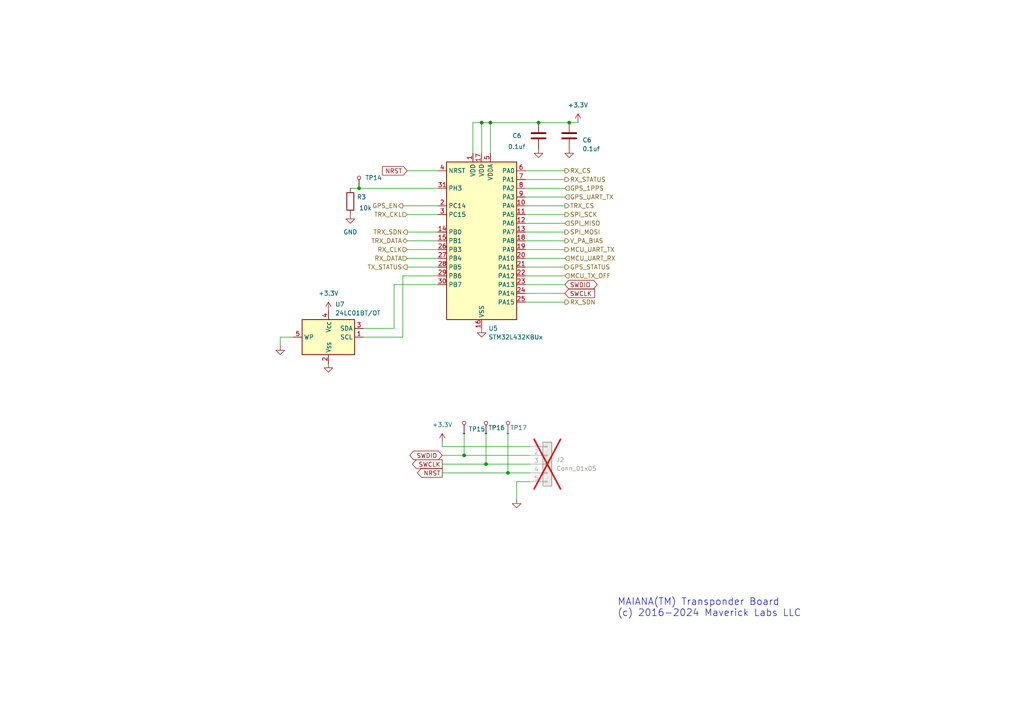
<source format=kicad_sch>
(kicad_sch (version 20230121) (generator eeschema)
  (paper "A4")
  (title_block (title "MCU") (date "2024-02-03") (rev "11.9.1"))
  (lib_symbols
    (symbol "Connector_Generic:Conn_01x05" (pin_names (offset 1.016) hide)
      (property "Reference" "J" (at 0 7.62 0))
      (property "Value" "Conn_01x05" (at 0 -7.62 0))
      (symbol "Conn_01x05_1_1"
        (rectangle (start -1.27 -4.953) (end 0 -5.207) (stroke (width 0.1524)))
        (rectangle (start -1.27 -2.413) (end 0 -2.667) (stroke (width 0.1524)))
        (rectangle (start -1.27 0.127) (end 0 -0.127) (stroke (width 0.1524)))
        (rectangle (start -1.27 2.667) (end 0 2.413) (stroke (width 0.1524)))
        (rectangle (start -1.27 5.207) (end 0 4.953) (stroke (width 0.1524)))
        (rectangle (start -1.27 6.35) (end 1.27 -6.35) (stroke (width 0.254)) (fill (type background)))
        (pin passive line (at -5.08 5.08 0) (length 3.81) (name "Pin_1") (number "1"))
        (pin passive line (at -5.08 2.54 0) (length 3.81) (name "Pin_2") (number "2"))
        (pin passive line (at -5.08 0 0) (length 3.81) (name "Pin_3") (number "3"))
        (pin passive line (at -5.08 -2.54 0) (length 3.81) (name "Pin_4") (number "4"))
        (pin passive line (at -5.08 -5.08 0) (length 3.81) (name "Pin_5") (number "5"))
      )
    )
    (symbol "Device:C" (pin_numbers hide) (pin_names (offset 0.254))
      (property "Reference" "C" (at 0.635 2.54 0))
      (property "Value" "C" (at 0.635 -2.54 0))
      (symbol "C_0_1"
        (polyline (pts (xy -2.032 -0.762) (xy 2.032 -0.762)) (stroke (width 0.508)))
        (polyline (pts (xy -2.032 0.762) (xy 2.032 0.762)) (stroke (width 0.508)))
      )
      (symbol "C_1_1"
        (pin passive line (at 0 3.81 270) (length 2.794) (name "~") (number "1"))
        (pin passive line (at 0 -3.81 90) (length 2.794) (name "~") (number "2"))
      )
    )
    (symbol "Device:R" (pin_numbers hide) (pin_names (offset 0))
      (property "Reference" "R" (at 2.032 0 90))
      (property "Value" "R" (at 0 0 90))
      (symbol "R_0_1"
        (rectangle (start -1.016 -2.54) (end 1.016 2.54) (stroke (width 0.254)))
      )
      (symbol "R_1_1"
        (pin passive line (at 0 3.81 270) (length 1.27) (name "~") (number "1"))
        (pin passive line (at 0 -3.81 90) (length 1.27) (name "~") (number "2"))
      )
    )
    (symbol "MCU_ST_STM32L4:STM32L432KBUx"
      (property "Reference" "U" (at -10.16 24.13 0))
      (property "Value" "STM32L432KBUx" (at 5.08 24.13 0))
      (symbol "STM32L432KBUx_0_1"
        (rectangle (start -10.16 -22.86) (end 10.16 22.86) (stroke (width 0.254)) (fill (type background)))
      )
      (symbol "STM32L432KBUx_1_1"
        (pin power_in line (at -2.54 25.4 270) (length 2.54) (name "VDD") (number "1"))
        (pin bidirectional line (at 12.7 10.16 180) (length 2.54) (name "PA4") (number "10"))
        (pin bidirectional line (at 12.7 7.62 180) (length 2.54) (name "PA5") (number "11"))
        (pin bidirectional line (at 12.7 5.08 180) (length 2.54) (name "PA6") (number "12"))
        (pin bidirectional line (at 12.7 2.54 180) (length 2.54) (name "PA7") (number "13"))
        (pin bidirectional line (at -12.7 2.54 0) (length 2.54) (name "PB0") (number "14"))
        (pin bidirectional line (at -12.7 0 0) (length 2.54) (name "PB1") (number "15"))
        (pin power_in line (at 0 -25.4 90) (length 2.54) (name "VSS") (number "16"))
        (pin power_in line (at 0 25.4 270) (length 2.54) (name "VDD") (number "17"))
        (pin bidirectional line (at 12.7 0 180) (length 2.54) (name "PA8") (number "18"))
        (pin bidirectional line (at 12.7 -2.54 180) (length 2.54) (name "PA9") (number "19"))
        (pin bidirectional line (at -12.7 10.16 0) (length 2.54) (name "PC14") (number "2"))
        (pin bidirectional line (at 12.7 -5.08 180) (length 2.54) (name "PA10") (number "20"))
        (pin bidirectional line (at 12.7 -7.62 180) (length 2.54) (name "PA11") (number "21"))
        (pin bidirectional line (at 12.7 -10.16 180) (length 2.54) (name "PA12") (number "22"))
        (pin bidirectional line (at 12.7 -12.7 180) (length 2.54) (name "PA13") (number "23"))
        (pin bidirectional line (at 12.7 -15.24 180) (length 2.54) (name "PA14") (number "24"))
        (pin bidirectional line (at 12.7 -17.78 180) (length 2.54) (name "PA15") (number "25"))
        (pin bidirectional line (at -12.7 -2.54 0) (length 2.54) (name "PB3") (number "26"))
        (pin bidirectional line (at -12.7 -5.08 0) (length 2.54) (name "PB4") (number "27"))
        (pin bidirectional line (at -12.7 -7.62 0) (length 2.54) (name "PB5") (number "28"))
        (pin bidirectional line (at -12.7 -10.16 0) (length 2.54) (name "PB6") (number "29"))
        (pin bidirectional line (at -12.7 7.62 0) (length 2.54) (name "PC15") (number "3"))
        (pin bidirectional line (at -12.7 -12.7 0) (length 2.54) (name "PB7") (number "30"))
        (pin bidirectional line (at -12.7 15.24 0) (length 2.54) (name "PH3") (number "31"))
        (pin passive line (at 0 -25.4 90) (length 2.54) hide (name "VSS") (number "32"))
        (pin passive line (at 0 -25.4 90) (length 2.54) hide (name "VSS") (number "33"))
        (pin input line (at -12.7 20.32 0) (length 2.54) (name "NRST") (number "4"))
        (pin power_in line (at 2.54 25.4 270) (length 2.54) (name "VDDA") (number "5"))
        (pin bidirectional line (at 12.7 20.32 180) (length 2.54) (name "PA0") (number "6"))
        (pin bidirectional line (at 12.7 17.78 180) (length 2.54) (name "PA1") (number "7"))
        (pin bidirectional line (at 12.7 15.24 180) (length 2.54) (name "PA2") (number "8"))
        (pin bidirectional line (at 12.7 12.7 180) (length 2.54) (name "PA3") (number "9"))
      )
    )
    (symbol "Memory_EEPROM:24AA02-OT"
      (property "Reference" "U" (at -7.62 6.35 0))
      (property "Value" "24AA02-OT" (at 2.54 -6.35 0))
      (symbol "24AA02-OT_1_1"
        (rectangle (start -7.62 5.08) (end 7.62 -5.08) (stroke (width 0.254)) (fill (type background)))
        (pin input line (at 10.16 0 180) (length 2.54) (name "SCL") (number "1"))
        (pin power_in line (at 0 -7.62 90) (length 2.54) (name "V_{SS}") (number "2"))
        (pin bidirectional line (at 10.16 2.54 180) (length 2.54) (name "SDA") (number "3"))
        (pin power_in line (at 0 7.62 270) (length 2.54) (name "V_{CC}") (number "4"))
        (pin input line (at -10.16 0 0) (length 2.54) (name "WP") (number "5"))
      )
    )
    (symbol "TestPads:TestPad-D1.2mm"
      (property "Reference" "TP" (at 1.27 4.826 0))
      (symbol "TestPad-D1.2mm_0_1"
        (circle (center 0 3.048) (radius 0.508))
      )
      (symbol "TestPad-D1.2mm_1_1"
        (pin passive line (at 0 0 90) (length 2.54) (name "P") (number "1"))
      )
    )
    (symbol "power:+3.3V" (power) (pin_names (offset 0))
      (property "Value" "+3.3V" (at 0 3.556 0))
      (symbol "+3.3V_0_1"
        (polyline (pts (xy -0.762 1.27) (xy 0 2.54)))
        (polyline (pts (xy 0 0) (xy 0 2.54)))
        (polyline (pts (xy 0 2.54) (xy 0.762 1.27)))
      )
      (symbol "+3.3V_1_1"
        (pin power_in line (at 0 0 90) (length 0) hide (name "+3.3V") (number "1"))
      )
    )
    (symbol "power:GND" (power) (pin_names (offset 0))
      (property "Value" "GND" (at 0 -3.81 0))
      (symbol "GND_0_1"
        (polyline (pts (xy 0 0) (xy 0 -1.27) (xy 1.27 -1.27) (xy 0 -2.54) (xy -1.27 -1.27) (xy 0 -1.27)))
      )
      (symbol "GND_1_1"
        (pin power_in line (at 0 0 270) (length 0) hide (name "GND") (number "1"))
      )
    )
  )
  (junction (at 156.21 35.56))
  (junction (at 104.14 54.61))
  (junction (at 147.32 137.16))
  (junction (at 142.24 35.56))
  (junction (at 134.62 132.08))
  (junction (at 165.1 35.56))
  (junction (at 139.7 35.56))
  (junction (at 140.97 134.62))
  (wire (pts (xy 116.84 97.79) (xy 116.84 80.01)))
  (wire (pts (xy 140.97 125.73) (xy 140.97 134.62)))
  (wire (pts (xy 152.4 69.85) (xy 163.83 69.85)))
  (wire (pts (xy 147.32 125.73) (xy 147.32 137.16)))
  (wire (pts (xy 128.27 129.54) (xy 128.27 128.27)))
  (wire (pts (xy 153.67 139.7) (xy 149.86 139.7)))
  (wire (pts (xy 118.11 49.53) (xy 127 49.53)))
  (wire (pts (xy 152.4 72.39) (xy 163.83 72.39)))
  (wire (pts (xy 101.6 54.61) (xy 104.14 54.61)))
  (wire (pts (xy 140.97 134.62) (xy 153.67 134.62)))
  (wire (pts (xy 137.16 35.56) (xy 137.16 44.45)))
  (wire (pts (xy 152.4 87.63) (xy 163.83 87.63)))
  (wire (pts (xy 152.4 80.01) (xy 163.83 80.01)))
  (wire (pts (xy 105.41 97.79) (xy 116.84 97.79)))
  (wire (pts (xy 152.4 52.07) (xy 163.83 52.07)))
  (wire (pts (xy 105.41 95.25) (xy 114.3 95.25)))
  (wire (pts (xy 152.4 67.31) (xy 163.83 67.31)))
  (wire (pts (xy 118.11 74.93) (xy 127 74.93)))
  (wire (pts (xy 152.4 82.55) (xy 163.83 82.55)))
  (wire (pts (xy 128.27 132.08) (xy 134.62 132.08)))
  (wire (pts (xy 118.11 69.85) (xy 127 69.85)))
  (wire (pts (xy 116.84 80.01) (xy 127 80.01)))
  (wire (pts (xy 134.62 125.73) (xy 134.62 132.08)))
  (wire (pts (xy 152.4 62.23) (xy 163.83 62.23)))
  (wire (pts (xy 152.4 54.61) (xy 163.83 54.61)))
  (wire (pts (xy 152.4 74.93) (xy 163.83 74.93)))
  (wire (pts (xy 114.3 95.25) (xy 114.3 82.55)))
  (wire (pts (xy 81.28 97.79) (xy 85.09 97.79)))
  (wire (pts (xy 139.7 35.56) (xy 139.7 44.45)))
  (wire (pts (xy 156.21 35.56) (xy 142.24 35.56)))
  (wire (pts (xy 152.4 64.77) (xy 163.83 64.77)))
  (wire (pts (xy 128.27 129.54) (xy 153.67 129.54)))
  (wire (pts (xy 118.11 67.31) (xy 127 67.31)))
  (wire (pts (xy 81.28 97.79) (xy 81.28 100.33)))
  (wire (pts (xy 147.32 137.16) (xy 153.67 137.16)))
  (wire (pts (xy 139.7 35.56) (xy 142.24 35.56)))
  (wire (pts (xy 152.4 57.15) (xy 163.83 57.15)))
  (wire (pts (xy 165.1 35.56) (xy 167.64 35.56)))
  (wire (pts (xy 152.4 59.69) (xy 163.83 59.69)))
  (wire (pts (xy 156.21 35.56) (xy 165.1 35.56)))
  (wire (pts (xy 118.11 72.39) (xy 127 72.39)))
  (wire (pts (xy 152.4 49.53) (xy 163.83 49.53)))
  (wire (pts (xy 152.4 85.09) (xy 163.83 85.09)))
  (wire (pts (xy 118.11 77.47) (xy 127 77.47)))
  (wire (pts (xy 128.27 134.62) (xy 140.97 134.62)))
  (wire (pts (xy 118.11 62.23) (xy 127 62.23)))
  (wire (pts (xy 116.84 59.69) (xy 127 59.69)))
  (wire (pts (xy 149.86 139.7) (xy 149.86 144.78)))
  (wire (pts (xy 134.62 132.08) (xy 153.67 132.08)))
  (wire (pts (xy 114.3 82.55) (xy 127 82.55)))
  (wire (pts (xy 152.4 77.47) (xy 163.83 77.47)))
  (wire (pts (xy 139.7 35.56) (xy 137.16 35.56)))
  (wire (pts (xy 142.24 35.56) (xy 142.24 44.45)))
  (wire (pts (xy 128.27 137.16) (xy 147.32 137.16)))
  (wire (pts (xy 104.14 54.61) (xy 127 54.61)))
  (text "MAIANA(TM) Transponder Board\n(c) 2016-2024 Maverick Labs LLC" (at 179.07 179.07 0) (effects (font (size 2 2)) (justify left bottom)))
  (global_label "SWDIO" (shape bidirectional) (at 128.27 132.08 180) (property "Intersheetrefs" "${INTERSHEET_REFS}" (effects hide)))
  (global_label "SWCLK" (shape output) (at 128.27 134.62 180) (property "Intersheetrefs" "${INTERSHEET_REFS}" (effects hide)))
  (global_label "SWDIO" (shape bidirectional) (at 163.83 82.55 0) (property "Intersheetrefs" "${INTERSHEET_REFS}" (effects hide)))
  (global_label "NRST" (shape input) (at 118.11 49.53 180) (property "Intersheetrefs" "${INTERSHEET_REFS}" (effects hide)))
  (global_label "NRST" (shape output) (at 128.27 137.16 180) (property "Intersheetrefs" "${INTERSHEET_REFS}" (effects hide)))
  (global_label "SWCLK" (shape input) (at 163.83 85.09 0) (property "Intersheetrefs" "${INTERSHEET_REFS}" (effects hide)))
  (hierarchical_label "GPS_EN" (shape output) (at 116.84 59.69 180))
  (hierarchical_label "GPS_STATUS" (shape output) (at 163.83 77.47 0))
  (hierarchical_label "MCU_UART_TX" (shape output) (at 163.83 72.39 0))
  (hierarchical_label "RX_SDN" (shape output) (at 163.83 87.63 0))
  (hierarchical_label "RX_DATA" (shape input) (at 118.11 74.93 180))
  (hierarchical_label "TRX_CS" (shape output) (at 163.83 59.69 0))
  (hierarchical_label "V_PA_BIAS" (shape output) (at 163.83 69.85 0))
  (hierarchical_label "MCU_TX_OFF" (shape input) (at 163.83 80.01 0))
  (hierarchical_label "TX_STATUS" (shape output) (at 118.11 77.47 180))
  (hierarchical_label "TRX_SDN" (shape output) (at 118.11 67.31 180))
  (hierarchical_label "GPS_1PPS" (shape input) (at 163.83 54.61 0))
  (hierarchical_label "TRX_CKL" (shape input) (at 118.11 62.23 180))
  (hierarchical_label "SPI_SCK" (shape output) (at 163.83 62.23 0))
  (hierarchical_label "RX_STATUS" (shape output) (at 163.83 52.07 0))
  (hierarchical_label "GPS_UART_TX" (shape input) (at 163.83 57.15 0))
  (hierarchical_label "SPI_MOSI" (shape output) (at 163.83 67.31 0))
  (hierarchical_label "TRX_DATA" (shape bidirectional) (at 118.11 69.85 180))
  (hierarchical_label "SPI_MISO" (shape input) (at 163.83 64.77 0))
  (hierarchical_label "MCU_UART_RX" (shape input) (at 163.83 74.93 0))
  (hierarchical_label "RX_CLK" (shape input) (at 118.11 72.39 180))
  (hierarchical_label "RX_CS" (shape output) (at 163.83 49.53 0))
  (symbol (lib_id "power:GND") (at 101.6 62.23 0) (unit 1)
    (property "Reference" "#PWR058" (effects hide))
    (property "Value" "GND" (at 101.6 67.31 0))
  )
  (symbol (lib_id "power:GND") (at 149.86 144.78 0) (unit 1)
    (property "Reference" "#PWR055" (effects hide))
    (property "Value" "GND" (effects hide))
  )
  (symbol (lib_id "Connector_Generic:Conn_01x05") (at 158.75 134.62 0) (unit 1) (dnp yes)
    (property "Reference" "J2" (at 161.29 133.35 0) (effects (justify left)))
    (property "Value" "Conn_01x05" (at 161.29 135.89 0) (effects (justify left)))
    (property "Footprint" "Connector_PinHeader_2.54mm:PinHeader_1x05_P2.54mm_Vertical" (effects hide))
  )
  (symbol (lib_id "power:GND") (at 156.21 43.18 0) (unit 1)
    (property "Reference" "#PWR071" (effects hide))
    (property "Value" "GND" (effects hide))
  )
  (symbol (lib_id "power:GND") (at 139.7 95.25 0) (unit 1)
    (property "Reference" "#PWR056" (effects hide))
    (property "Value" "GND" (effects hide))
  )
  (symbol (lib_id "TestPads:TestPad-D1.2mm") (at 140.97 125.73 0) (unit 1)
    (property "Reference" "TP16" (at 141.605 124.079 0) (effects (justify left)))
    (property "Value" "~" (at 140.97 125.73 0))
    (property "Footprint" "TestPads:TP_1.2MM" (effects hide))
  )
  (symbol (lib_id "TestPads:TestPad-D1.2mm") (at 147.32 125.73 0) (unit 1)
    (property "Reference" "TP17" (at 147.955 124.079 0) (effects (justify left)))
    (property "Value" "~" (at 147.32 125.73 0))
    (property "Footprint" "TestPads:TP_1.2MM" (effects hide))
  )
  (symbol (lib_id "power:GND") (at 81.28 100.33 0) (unit 1)
    (property "Reference" "#PWR060" (effects hide))
    (property "Value" "GND" (effects hide))
  )
  (symbol (lib_id "TestPads:TestPad-D1.2mm") (at 104.14 54.61 0) (unit 1)
    (property "Reference" "TP14" (at 105.918 51.562 0) (effects (justify left)))
    (property "Value" "~" (at 104.14 54.61 0))
    (property "Footprint" "TestPads:TP_1.2MM" (effects hide))
  )
  (symbol (lib_id "power:+3.3V") (at 95.25 90.17 0) (unit 1)
    (property "Reference" "#PWR061" (effects hide))
    (property "Value" "+3.3V" (at 95.25 85.09 0))
  )
  (symbol (lib_id "power:GND") (at 165.1 43.18 0) (unit 1)
    (property "Reference" "#PWR072" (effects hide))
    (property "Value" "GND" (effects hide))
  )
  (symbol (lib_id "power:+3.3V") (at 167.64 35.56 0) (unit 1)
    (property "Reference" "#PWR057" (effects hide))
    (property "Value" "+3.3V" (at 167.64 30.48 0))
  )
  (symbol (lib_id "Device:C") (at 165.1 39.37 180) (unit 1)
    (property "Reference" "C6" (at 168.91 40.64 0) (effects (justify right)))
    (property "Value" "0.1uf" (at 168.91 43.18 0) (effects (justify right)))
    (property "Footprint" "Capacitor_SMD:C_0603_1608Metric" (effects hide))
    (instances (project "transponder-11.9.1" (path "" (reference "C6") (unit 1)) (path "" (reference "C25") (unit 1)) (path "" (reference "C35") (unit 1))))
  )
  (symbol (lib_id "MCU_ST_STM32L4:STM32L432KBUx") (at 139.7 69.85 0) (unit 1)
    (property "Reference" "U5" (at 141.6559 95.25 0) (effects (justify left)))
    (property "Value" "STM32L432KBUx" (at 141.6559 97.79 0) (effects (justify left)))
    (property "Footprint" "Package_DFN_QFN:QFN-32-1EP_5x5mm_P0.5mm_EP3.45x3.45mm" (effects hide))
    (property "Datasheet" "https://www.st.com/resource/en/datasheet/stm32l432kb.pdf" (effects hide))
  )
  (symbol (lib_id "power:+3.3V") (at 128.27 128.27 0) (unit 1)
    (property "Reference" "#PWR054" (effects hide))
    (property "Value" "+3.3V" (at 128.27 123.19 0))
  )
  (symbol (lib_id "Device:C") (at 156.21 39.37 180) (unit 1)
    (property "Reference" "C6" (at 148.59 39.37 0) (effects (justify right)))
    (property "Value" "0.1uf" (at 147.32 42.545 0) (effects (justify right)))
    (property "Footprint" "Capacitor_SMD:C_0603_1608Metric" (effects hide))
    (instances (project "transponder-11.9.1" (path "" (reference "C6") (unit 1)) (path "" (reference "C25") (unit 1)) (path "" (reference "C34") (unit 1))))
  )
  (symbol (lib_id "TestPads:TestPad-D1.2mm") (at 134.62 125.73 0) (unit 1)
    (property "Reference" "TP15" (at 135.89 124.46 0) (effects (justify left)))
    (property "Value" "~" (at 134.62 125.73 0))
    (property "Footprint" "TestPads:TP_1.2MM" (effects hide))
  )
  (symbol (lib_id "Device:R") (at 101.6 58.42 0) (unit 1)
    (property "Reference" "R3" (at 103.505 57.15 0) (effects (justify left)))
    (property "Value" "10k" (at 104.14 60.325 0) (effects (justify left)))
    (property "Footprint" "Resistor_SMD:R_0603_1608Metric" (effects hide))
    (instances (project "transponder-11.9.1" (path "" (reference "R3") (unit 1)) (path "" (reference "R8") (unit 1)) (path "" (reference "R10") (unit 1))))
  )
  (symbol (lib_id "Memory_EEPROM:24AA02-OT") (at 95.25 97.79 0) (unit 1)
    (property "Reference" "U7" (at 97.2059 88.265 0) (effects (justify left)))
    (property "Value" "24LC01BT/OT" (at 97.2059 90.805 0) (effects (justify left)))
    (property "Footprint" "Package_TO_SOT_SMD:SOT-23-5" (effects hide))
    (property "Datasheet" "http://ww1.microchip.com/downloads/en/DeviceDoc/21709J.pdf" (effects hide))
  )
  (symbol (lib_id "power:GND") (at 95.25 105.41 0) (unit 1)
    (property "Reference" "#PWR059" (effects hide))
    (property "Value" "GND" (effects hide))
  )
)
</source>
